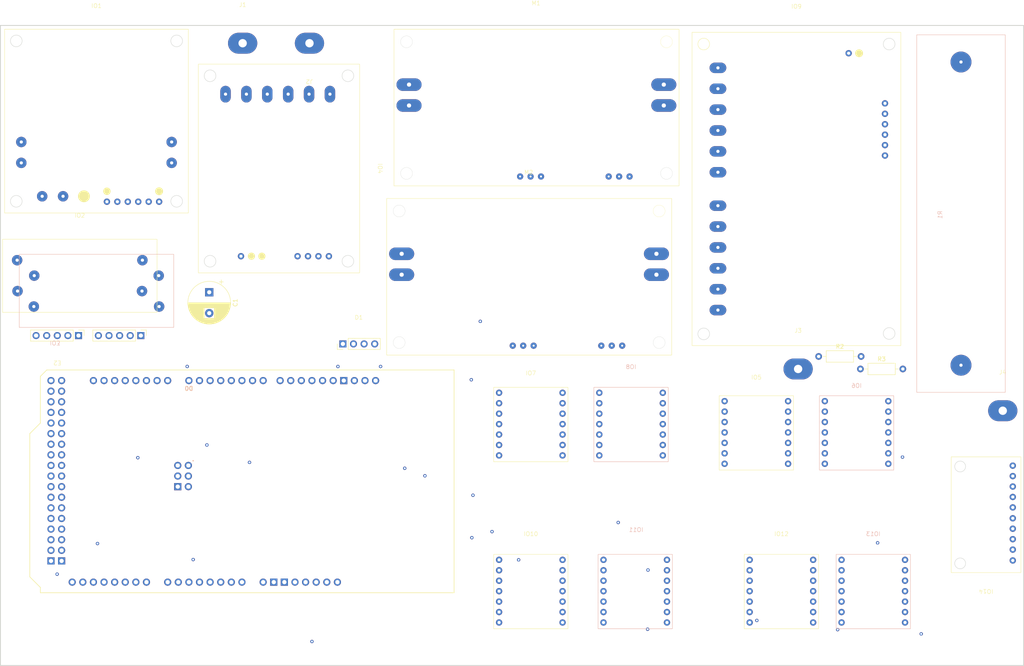
<source format=kicad_pcb>
(kicad_pcb (version 20221018) (generator pcbnew)
  (layers (0 "F.Cu" signal) (31 "B.Cu" signal) (34 "B.Paste" user) (35 "F.Paste" user) (36 "B.SilkS" user "B.Silkscreen") (37 "F.SilkS" user "F.Silkscreen") (38 "B.Mask" user) (39 "F.Mask" user) (44 "Edge.Cuts" user))
  (net 0 "")
  (net 3 "arduino 5v")
  (net 4 "MISO_SDO")
  (net 5 "MOSI_SDI")
  (net 6 "arduino sck")
  (net 9 "12V+")
  (net 29 "Arduino_rele_2x_1")
  (net 30 "Arduino_rele_2x_2")
  (net 31 "Arduino_rele_4x_1")
  (net 32 "Arduino_rele_4x_2")
  (net 33 "Arduino_rele_4x_3")
  (net 34 "Arduino_rele_4x_4")
  (net 35 "Arduino_EnA")
  (net 36 "Arduino_IN1")
  (net 37 "Arduino_IN2")
  (net 38 "arduino_CS_3")
  (net 39 "arduino_WLAT_3")
  (net 40 "arduino_SHDN_3")
  (net 41 "arduino_SHDN_2")
  (net 42 "arduino_WLAT_2")
  (net 43 "arduino_CS_2")
  (net 44 "arduino_SHDN_1")
  (net 45 "arduino_WLAT_1")
  (net 46 "arduino_CS_1")
  (net 49 "Net-(E1-S2)")
  (net 50 "Net-(E1-S1)")
  (net 51 "Net-(E1-KEY)")
  (net 52 "Net-(E2-S2)")
  (net 53 "Net-(E2-S1)")
  (net 54 "Net-(E2-KEY)")
  (net 55 "arduino_CS_4")
  (net 56 "arduino_WLAT_4")
  (net 57 "arduino_SHDN_4")
  (net 58 "arduino_CS_5")
  (net 59 "arduino_WLAT_5")
  (net 60 "arduino_SHDN_5")
  (net 61 "arduino_CS_6")
  (net 62 "arduino_WLAT_6")
  (net 63 "arduino_SHDN_6")
  (net 64 "arduino_CS_7")
  (net 65 "arduino_WLAT_7")
  (net 66 "arduino_SHDN_7")
  (net 67 "arduino_CS_8")
  (net 68 "arduino_WLAT_8")
  (net 69 "arduino_SHDN_8")
  (net 78 "arduino GND3")
  (net 88 "Arduino_SCL")
  (net 89 "Arduino_SDA")
  (net 91 "+30V digipot")
  (net 92 "Net-(IO14-A0)")
  (net 94 "Net-(IO1-OUT1)")
  (net 95 "GNDD")
  (net 98 "Net-(IO1-OUT2)")
  (net 107 "Net-(IO2-GND_OUT)")
  (net 110 "Net-(M2-IN_DC_0-30V)")
  (net 112 "Net-(M1-IN_DC_0-30V)")
  (net 113 "Net-(IO5-P0B)")
  (net 114 "Net-(IO5-P0W)")
  (net 115 "Net-(IO5-P0A)")
  (net 116 "Net-(IO7-P0B)")
  (net 117 "Net-(IO7-P0W)")
  (net 118 "Net-(IO7-P0A)")
  (net 119 "Net-(M1-OUT_DC_0-30V)")
  (net 120 "Net-(M2-OUT_GNDD)")
  (net 121 "Net-(M2-OUT_DC_0-30V)")
  (net 122 "Net-(J3-Pin_1)")
  (net 123 "Net-(IO10-P0B)")
  (net 124 "Net-(IO10-P0W)")
  (net 125 "Net-(IO10-P0A)")
  (net 126 "Net-(IO12-P0B)")
  (net 127 "Net-(IO12-P0W)")
  (net 128 "Net-(IO12-P0A)")
  (net 131 "Net-(IO14-A1)")
  (net 132 "Net-(IO14-A2)")
  (footprint "SMOLA_DMP:H_mustek" (layer "F.Cu") (at 45 12.55)
    (fp_text reference "IO1" (at 0 -0.5 unlocked) (layer "F.SilkS") (effects (font (thickness 0.1))))
    (fp_text value "H_mustek")
    (fp_circle (center -19.2 7.9) (end -17.8 7.9) (stroke (width 0.1)) (fill none) (layer "Edge.Cuts"))
    (fp_circle (center -19.2 46.3) (end -19.2 44.9) (stroke (width 0.1)) (fill none) (layer "Edge.Cuts"))
    (fp_circle (center 19.2 7.9) (end 19.2 9.3) (stroke (width 0.1)) (fill none) (layer "Edge.Cuts"))
    (fp_circle (center 19.2 46.3) (end 17.8 46.3) (stroke (width 0.1)) (fill none) (layer "Edge.Cuts"))
    (pad "1" thru_hole circle (at -18 32.1 90) (size 2.5 2.5) (drill 0.762) (layers "*.Cu" "*.Mask") (net 94 "Net-(IO1-OUT1)"))
    (pad "2" thru_hole circle (at -18 37.1 90) (size 2.5 2.5) (drill 0.762) (layers "*.Cu" "*.Mask") (net 98 "Net-(IO1-OUT2)"))
    (pad "3" thru_hole circle (at 18 37.1 270) (size 2.5 2.5) (drill 0.762) (layers "*.Cu" "*.Mask"))
    (pad "4" thru_hole circle (at 18 32.1 270) (size 2.5 2.5) (drill 0.762) (layers "*.Cu" "*.Mask"))
    (pad "5" thru_hole circle (at -13 45.1) (size 2.5 2.5) (drill 0.762) (layers "*.Cu" "*.Mask") (net 9 "12V+"))
    (pad "6" thru_hole circle (at -8 45.1) (size 2.5 2.5) (drill 0.762) (layers "*.Cu" "*.Mask") (net 95 "GNDD"))
    (pad "7" thru_hole circle (at 2.5 46.4) (size 1.524 1.524) (drill 0.762) (layers "*.Cu" "*.Mask") (net 35 "Arduino_EnA"))
    (pad "8" thru_hole circle (at 15 46.4) (size 1.524 1.524) (drill 0.762) (layers "*.Cu" "*.Mask"))
    (pad "9" thru_hole circle (at 5 46.4) (size 1.524 1.524) (drill 0.762) (layers "*.Cu" "*.Mask") (net 36 "Arduino_IN1"))
    (pad "10" thru_hole circle (at 7.5 46.4) (size 1.524 1.524) (drill 0.762) (layers "*.Cu" "*.Mask") (net 37 "Arduino_IN2"))
    (pad "11" thru_hole circle (at 10 46.4) (size 1.524 1.524) (drill 0.762) (layers "*.Cu" "*.Mask"))
    (pad "12" thru_hole circle (at 12.5 46.4) (size 1.524 1.524) (drill 0.762) (layers "*.Cu" "*.Mask"))
  )
  (footprint "SMOLA_DMP:CC_&_CV_modul" (layer "F.Cu") (at 148.475 52.425)
    (fp_text reference "M2" (at 0 -0.5 unlocked) (layer "F.SilkS") (effects (font (thickness 0.1))))
    (fp_text value "~")
    (fp_circle (center -31 8.75) (end -31 7.325) (stroke (width 0.05)) (fill none) (layer "Edge.Cuts"))
    (fp_circle (center -31 40.25) (end -32.425 40.25) (stroke (width 0.05)) (fill none) (layer "Edge.Cuts"))
    (fp_circle (center 31.25 40.25) (end 31.25 41.675) (stroke (width 0.05)) (fill none) (layer "Edge.Cuts"))
    (pad "1" thru_hole oval (at -30.4 19) (size 6 3) (drill 1) (layers "*.Cu" "*.Mask") (net 110 "Net-(M2-IN_DC_0-30V)"))
    (pad "2" thru_hole oval (at -30.4 24) (size 6 3) (drill 1) (layers "*.Cu" "*.Mask") (net 95 "GNDD"))
    (pad "3" thru_hole oval (at 30.6 19) (size 6 3) (drill 1) (layers "*.Cu" "*.Mask") (net 121 "Net-(M2-OUT_DC_0-30V)"))
    (pad "4" thru_hole oval (at 30.6 24) (size 6 3) (drill 1) (layers "*.Cu" "*.Mask") (net 120 "Net-(M2-OUT_GNDD)"))
    (pad "5" thru_hole circle (at -3.8 41) (size 1.5 1.5) (drill 0.5) (layers "*.Cu" "*.Mask") (net 128 "Net-(IO12-P0A)"))
    (pad "6" thru_hole circle (at -1.3 41) (size 1.5 1.5) (drill 0.5) (layers "*.Cu" "*.Mask") (net 127 "Net-(IO12-P0W)"))
    (pad "7" thru_hole circle (at 1.2 41) (size 1.5 1.5) (drill 0.5) (layers "*.Cu" "*.Mask") (net 126 "Net-(IO12-P0B)"))
    (pad "8" thru_hole circle (at 17.4 41) (size 1.5 1.5) (drill 0.5) (layers "*.Cu" "*.Mask") (net 123 "Net-(IO10-P0B)"))
    (pad "9" thru_hole circle (at 19.9 41) (size 1.5 1.5) (drill 0.5) (layers "*.Cu" "*.Mask") (net 124 "Net-(IO10-P0W)"))
    (pad "10" thru_hole circle (at 22.4 41) (size 1.5 1.5) (drill 0.5) (layers "*.Cu" "*.Mask") (net 125 "Net-(IO10-P0A)"))
  )
  (footprint "SMOLA_DMP:conn" (layer "F.Cu") (at 96 29.7 180)
    (fp_text reference "J2" (at 0 -0.5 180 unlocked) (layer "F.SilkS") (effects (font (thickness 0.1))))
    (fp_text value "GND")
    (pad "1" thru_hole oval (at 0 8.7 180) (size 7 5) (drill 2) (layers "*.Cu" "*.Mask") (net 95 "GNDD"))
  )
  (footprint "SMOLA_DMP:step_up_28V" (layer "F.Cu") (at 41 62.75)
    (fp_text reference "IO2" (at 0 -0.5 unlocked) (layer "F.SilkS") (effects (font (thickness 0.1))))
    (fp_text value "step_up_28V")
    (pad "1" thru_hole circle (at -15 10.2) (size 2.5 2.5) (drill 0.762) (layers "*.Cu" "*.Mask") (net 9 "12V+"))
    (pad "2" thru_hole circle (at -14.9 17.6) (size 2.5 2.5) (drill 0.762) (layers "*.Cu" "*.Mask") (net 95 "GNDD"))
    (pad "3" thru_hole circle (at 15 10.2) (size 2.5 2.5) (drill 0.762) (layers "*.Cu" "*.Mask") (net 91 "+30V digipot"))
    (pad "4" thru_hole circle (at 14.9 17.6) (size 2.5 2.5) (drill 0.762) (layers "*.Cu" "*.Mask") (net 107 "Net-(IO2-GND_OUT)"))
  )
  (footprint "SMOLA_DMP:enkoder" (layer "F.Cu") (at 35.63 97.03 180)
    (fp_text reference "E2" (at 0 -0.5 180 unlocked) (layer "F.SilkS") (effects (font (thickness 0.1))))
    (fp_text value "enkoder I")
    (pad "1" thru_hole rect (at -5.07 6.03 270) (size 1.7 1.7) (drill 1) (layers "*.Cu" "*.Mask") (net 3 "arduino 5v"))
    (pad "2" thru_hole oval (at -2.53 6.03 270) (size 1.7 1.7) (drill 1) (layers "*.Cu" "*.Mask") (net 54 "Net-(E2-KEY)"))
    (pad "3" thru_hole oval (at 0.01 6.03 270) (size 1.7 1.7) (drill 1) (layers "*.Cu" "*.Mask") (net 52 "Net-(E2-S2)"))
    (pad "4" thru_hole oval (at 2.55 6.03 270) (size 1.7 1.7) (drill 1) (layers "*.Cu" "*.Mask") (net 53 "Net-(E2-S1)"))
    (pad "5" thru_hole oval (at 5.09 6.03 270) (size 1.7 1.7) (drill 1) (layers "*.Cu" "*.Mask") (net 95 "GNDD"))
  )
  (footprint "SMOLA_DMP:rele_2x" (layer "F.Cu") (at 112.4 51 -90)
    (fp_text reference "IO4" (at 0 -0.5 -90 unlocked) (layer "F.SilkS") (effects (font (thickness 0.1))))
    (fp_text value "rele_2x")
    (fp_circle (center -22.2 7.2) (end -20.8 7.2) (stroke (width 0.1)) (fill none) (layer "Edge.Cuts"))
    (fp_circle (center -22.2 40.2) (end -20.8 40.2) (stroke (width 0.1)) (fill none) (layer "Edge.Cuts"))
    (fp_circle (center 22.2 7.2) (end 23.6 7.2) (stroke (width 0.1)) (fill none) (layer "Edge.Cuts"))
    (fp_circle (center 22.2 40.2) (end 23.6 40.2) (stroke (width 0.1)) (fill none) (layer "Edge.Cuts"))
    (pad "1" thru_hole circle (at 21 19.25 270) (size 1.524 1.524) (drill 0.762) (layers "*.Cu" "*.Mask") (net 95 "GNDD"))
    (pad "2" thru_hole circle (at 21 11.75 270) (size 1.524 1.524) (drill 0.762) (layers "*.Cu" "*.Mask") (net 3 "arduino 5v"))
    (pad "3" thru_hole circle (at 21 32.8 270) (size 1.524 1.524) (drill 0.762) (layers "*.Cu" "*.Mask"))
    (pad "11" thru_hole oval (at -17.8 36.5 90) (size 4 2.5) (drill 0.762) (layers "*.Cu" "*.Mask"))
    (pad "12" thru_hole oval (at -17.8 31.5 270) (size 4 2.5) (drill 0.762) (layers "*.Cu" "*.Mask") (net 9 "12V+"))
    (pad "13" thru_hole oval (at -17.8 26.5 90) (size 4 2.5) (drill 0.762) (layers "*.Cu" "*.Mask") (net 110 "Net-(M2-IN_DC_0-30V)"))
    (pad "14" thru_hole circle (at 21 16.75 270) (size 1.524 1.524) (drill 0.762) (layers "*.Cu" "*.Mask") (net 29 "Arduino_rele_2x_1"))
    (pad "21" thru_hole oval (at -17.8 21.5 270) (size 4 2.5) (drill 0.762) (layers "*.Cu" "*.Mask"))
    (pad "22" thru_hole oval (at -17.8 16.5 90) (size 4 2.5) (drill 0.762) (layers "*.Cu" "*.Mask") (net 9 "12V+"))
    (pad "23" thru_hole oval (at -17.8 11.5 270) (size 4 2.5) (drill 0.762) (layers "*.Cu" "*.Mask") (net 112 "Net-(M1-IN_DC_0-30V)"))
    (pad "24" thru_hole circle (at 21 14.25 270) (size 1.524 1.524) (drill 0.762) (layers "*.Cu" "*.Mask") (net 30 "Arduino_rele_2x_2"))
  )
  (footprint "SMOLA_DMP:MCP41HV51" (layer "F.Cu") (at 203 101)
    (fp_text reference "IO5" (at 0 0 unlocked) (layer "F.SilkS") (effects (font (thickness 0.1))))
    (fp_text value "MCP41HV51-104E")
    (pad "1" thru_hole circle (at -7.6 5.7) (size 1.524 1.524) (drill 0.762) (layers "*.Cu" "*.Mask") (net 3 "arduino 5v"))
    (pad "2" thru_hole circle (at -7.6 8.2) (size 1.524 1.524) (drill 0.762) (layers "*.Cu" "*.Mask") (net 6 "arduino sck"))
    (pad "3" thru_hole circle (at -7.6 10.7) (size 1.524 1.524) (drill 0.762) (layers "*.Cu" "*.Mask") (net 38 "arduino_CS_3"))
    (pad "4" thru_hole circle (at -7.6 13.2) (size 1.524 1.524) (drill 0.762) (layers "*.Cu" "*.Mask") (net 5 "MOSI_SDI"))
    (pad "5" thru_hole circle (at -7.6 15.7) (size 1.524 1.524) (drill 0.762) (layers "*.Cu" "*.Mask") (net 4 "MISO_SDO"))
    (pad "6" thru_hole circle (at -7.6 18.2) (size 1.524 1.524) (drill 0.762) (layers "*.Cu" "*.Mask") (net 39 "arduino_WLAT_3"))
    (pad "7" thru_hole circle (at -7.6 20.7) (size 1.524 1.524) (drill 0.762) (layers "*.Cu" "*.Mask") (net 40 "arduino_SHDN_3"))
    (pad "8" thru_hole circle (at 7.6 20.7) (size 1.524 1.524) (drill 0.762) (layers "*.Cu" "*.Mask") (net 78 "arduino GND3"))
    (pad "9" thru_hole circle (at 7.6 18.2) (size 1.524 1.524) (drill 0.762) (layers "*.Cu" "*.Mask") (net 78 "arduino GND3"))
    (pad "10" thru_hole circle (at 7.6 15.7) (size 1.524 1.524) (drill 0.762) (layers "*.Cu" "*.Mask") (net 78 "arduino GND3"))
    (pad "11" thru_hole circle (at 7.6 13.2) (size 1.524 1.524) (drill 0.762) (layers "*.Cu" "*.Mask") (net 113 "Net-(IO5-P0B)"))
    (pad "12" thru_hole circle (at 7.6 10.7) (size 1.524 1.524) (drill 0.762) (layers "*.Cu" "*.Mask") (net 114 "Net-(IO5-P0W)"))
    (pad "13" thru_hole circle (at 7.6 8.2) (size 1.524 1.524) (drill 0.762) (layers "*.Cu" "*.Mask") (net 115 "Net-(IO5-P0A)"))
    (pad "14" thru_hole circle (at 7.6 5.7) (size 1.524 1.524) (drill 0.762) (layers "*.Cu" "*.Mask") (net 91 "+30V digipot"))
  )
  (footprint "SMOLA_DMP:conn" (layer "F.Cu") (at 80 12.3)
    (fp_text reference "J1" (at 0 -0.5 unlocked) (layer "F.SilkS") (effects (font (thickness 0.1))))
    (fp_text value "+12v")
    (pad "1" thru_hole oval (at 0 8.7) (size 7 5) (drill 2) (layers "*.Cu" "*.Mask") (net 9 "12V+"))
  )
  (footprint "SMOLA_DMP:conn" (layer "F.Cu") (at 213 90.3)
    (fp_text reference "J3" (at 0 -0.5 unlocked) (layer "F.SilkS") (effects (font (thickness 0.1))))
    (fp_text value "out+ regulated")
    (pad "1" thru_hole oval (at 0 8.7) (size 7 5) (drill 2) (layers "*.Cu" "*.Mask") (net 122 "Net-(J3-Pin_1)"))
  )
  (footprint "SMOLA_DMP:conn" (layer "F.Cu") (at 262 100.3)
    (fp_text reference "J4" (at 0 -0.5 unlocked) (layer "F.SilkS") (effects (font (thickness 0.1))))
    (fp_text value "out-")
    (pad "1" thru_hole oval (at 0 8.7) (size 7 5) (drill 2) (layers "*.Cu" "*.Mask") (net 131 "Net-(IO14-A1)"))
  )
  (footprint "Resistor_THT:R_Axial_DIN0207_L6.3mm_D2.5mm_P10.16mm_Horizontal" (layer "F.Cu") (at 227.92 99)
    (fp_text reference "R3" (at 5.08 -2.37) (layer "F.SilkS"))
    (fp_text value "17k8")
    (pad "1" thru_hole circle (at 0 0) (size 1.6 1.6) (drill 0.8) (layers "*.Cu" "*.Mask") (net 132 "Net-(IO14-A2)"))
    (pad "2" thru_hole oval (at 10.16 0) (size 1.6 1.6) (drill 0.8) (layers "*.Cu" "*.Mask") (net 92 "Net-(IO14-A0)"))
  )
  (footprint "SMOLA_DMP:CC_&_CV_modul" (layer "F.Cu") (at 150.2402 11.9138)
    (fp_text reference "M1" (at 0 -0.5 unlocked) (layer "F.SilkS") (effects (font (thickness 0.1))))
    (fp_text value "~")
    (fp_circle (center -31 8.75) (end -31 7.325) (stroke (width 0.05)) (fill none) (layer "Edge.Cuts"))
    (fp_circle (center -31 40.25) (end -32.425 40.25) (stroke (width 0.05)) (fill none) (layer "Edge.Cuts"))
    (fp_circle (center 31.25 40.25) (end 31.25 41.675) (stroke (width 0.05)) (fill none) (layer "Edge.Cuts"))
    (pad "1" thru_hole oval (at -30.4 19) (size 6 3) (drill 1) (layers "*.Cu" "*.Mask") (net 112 "Net-(M1-IN_DC_0-30V)"))
    (pad "2" thru_hole oval (at -30.4 24) (size 6 3) (drill 1) (layers "*.Cu" "*.Mask") (net 95 "GNDD"))
    (pad "3" thru_hole oval (at 30.6 19) (size 6 3) (drill 1) (layers "*.Cu" "*.Mask") (net 119 "Net-(M1-OUT_DC_0-30V)"))
    (pad "4" thru_hole oval (at 30.6 24) (size 6 3) (drill 1) (layers "*.Cu" "*.Mask") (net 92 "Net-(IO14-A0)"))
    (pad "5" thru_hole circle (at -3.8 41) (size 1.5 1.5) (drill 0.5) (layers "*.Cu" "*.Mask") (net 118 "Net-(IO7-P0A)"))
    (pad "6" thru_hole circle (at -1.3 41) (size 1.5 1.5) (drill 0.5) (layers "*.Cu" "*.Mask") (net 117 "Net-(IO7-P0W)"))
    (pad "7" thru_hole circle (at 1.2 41) (size 1.5 1.5) (drill 0.5) (layers "*.Cu" "*.Mask") (net 116 "Net-(IO7-P0B)"))
    (pad "8" thru_hole circle (at 17.4 41) (size 1.5 1.5) (drill 0.5) (layers "*.Cu" "*.Mask") (net 113 "Net-(IO5-P0B)"))
    (pad "9" thru_hole circle (at 19.9 41) (size 1.5 1.5) (drill 0.5) (layers "*.Cu" "*.Mask") (net 114 "Net-(IO5-P0W)"))
    (pad "10" thru_hole circle (at 22.4 41) (size 1.5 1.5) (drill 0.5) (layers "*.Cu" "*.Mask") (net 115 "Net-(IO5-P0A)"))
  )
  (footprint "SMOLA_DMP:ADS1115" (layer "F.Cu") (at 258 151.75 180)
    (fp_text reference "IO14" (at 0 -0.5 180 unlocked) (layer "F.SilkS") (effects (font (thickness 0.1))))
    (fp_text value "ADS1115_I2C")
    (fp_circle (center 6.2 6.2) (end 7.5 6.2) (stroke (width 0.1)) (fill none) (layer "Edge.Cuts"))
    (fp_circle (center 6.2 29.4) (end 7.5 29.4) (stroke (width 0.1)) (fill none) (layer "Edge.Cuts"))
    (pad "1" thru_hole circle (at -6.4 6.9) (size 1.524 1.524) (drill 0.762) (layers "*.Cu" "*.Mask") (net 3 "arduino 5v"))
    (pad "2" thru_hole circle (at -6.4 9.5) (size 1.524 1.524) (drill 0.762) (layers "*.Cu" "*.Mask") (net 78 "arduino GND3"))
    (pad "3" thru_hole circle (at -6.4 12) (size 1.524 1.524) (drill 0.762) (layers "*.Cu" "*.Mask") (net 89 "Arduino_SDA"))
    (pad "4" thru_hole circle (at -6.4 14.5) (size 1.524 1.524) (drill 0.762) (layers "*.Cu" "*.Mask") (net 88 "Arduino_SCL"))
    (pad "5" thru_hole circle (at -6.4 17) (size 1.524 1.524) (drill 0.762) (layers "*.Cu" "*.Mask"))
    (pad "6" thru_hole circle (at -6.4 19.6 180) (size 1.524 1.524) (drill 0.762) (layers "*.Cu" "*.Mask"))
    (pad "7" thru_hole circle (at -6.4 22.1 180) (size 1.524 1.524) (drill 0.762) (layers "*.Cu" "*.Mask") (net 92 "Net-(IO14-A0)"))
    (pad "8" thru_hole circle (at -6.4 24.6 180) (size 1.524 1.524) (drill 0.762) (layers "*.Cu" "*.Mask") (net 131 "Net-(IO14-A1)"))
    (pad "9" thru_hole circle (at -6.4 27.1 180) (size 1.524 1.524) (drill 0.762) (layers "*.Cu" "*.Mask") (net 132 "Net-(IO14-A2)"))
    (pad "10" thru_hole circle (at -6.4 29.6 180) (size 1.524 1.524) (drill 0.762) (layers "*.Cu" "*.Mask"))
  )
  (footprint "SMOLA_DMP:MCP41HV51" (layer "F.Cu") (at 149 99)
    (fp_text reference "IO7" (at 0 1 unlocked) (layer "F.SilkS") (effects (font (thickness 0.1))))
    (fp_text value "MCP41HV51-502E")
    (pad "1" thru_hole circle (at -7.6 5.7) (size 1.524 1.524) (drill 0.762) (layers "*.Cu" "*.Mask") (net 3 "arduino 5v"))
    (pad "2" thru_hole circle (at -7.6 8.2) (size 1.524 1.524) (drill 0.762) (layers "*.Cu" "*.Mask") (net 6 "arduino sck"))
    (pad "3" thru_hole circle (at -7.6 10.7) (size 1.524 1.524) (drill 0.762) (layers "*.Cu" "*.Mask") (net 46 "arduino_CS_1"))
    (pad "4" thru_hole circle (at -7.6 13.2) (size 1.524 1.524) (drill 0.762) (layers "*.Cu" "*.Mask") (net 5 "MOSI_SDI"))
    (pad "5" thru_hole circle (at -7.6 15.7) (size 1.524 1.524) (drill 0.762) (layers "*.Cu" "*.Mask") (net 4 "MISO_SDO"))
    (pad "6" thru_hole circle (at -7.6 18.2) (size 1.524 1.524) (drill 0.762) (layers "*.Cu" "*.Mask") (net 45 "arduino_WLAT_1"))
    (pad "7" thru_hole circle (at -7.6 20.7) (size 1.524 1.524) (drill 0.762) (layers "*.Cu" "*.Mask") (net 44 "arduino_SHDN_1"))
    (pad "8" thru_hole circle (at 7.6 20.7) (size 1.524 1.524) (drill 0.762) (layers "*.Cu" "*.Mask") (net 78 "arduino GND3"))
    (pad "9" thru_hole circle (at 7.6 18.2) (size 1.524 1.524) (drill 0.762) (layers "*.Cu" "*.Mask") (net 78 "arduino GND3"))
    (pad "10" thru_hole circle (at 7.6 15.7) (size 1.524 1.524) (drill 0.762) (layers "*.Cu" "*.Mask") (net 78 "arduino GND3"))
    (pad "11" thru_hole circle (at 7.6 13.2) (size 1.524 1.524) (drill 0.762) (layers "*.Cu" "*.Mask") (net 116 "Net-(IO7-P0B)"))
    (pad "12" thru_hole circle (at 7.6 10.7) (size 1.524 1.524) (drill 0.762) (layers "*.Cu" "*.Mask") (net 117 "Net-(IO7-P0W)"))
    (pad "13" thru_hole circle (at 7.6 8.2) (size 1.524 1.524) (drill 0.762) (layers "*.Cu" "*.Mask") (net 118 "Net-(IO7-P0A)"))
    (pad "14" thru_hole circle (at 7.6 5.7) (size 1.524 1.524) (drill 0.762) (layers "*.Cu" "*.Mask") (net 91 "+30V digipot"))
  )
  (footprint "SMOLA_DMP:enkoder" (layer "F.Cu") (at 50.55 97.03 180)
    (fp_text reference "E1" hide)
    (fp_text value "enkoder U")
    (pad "1" thru_hole rect (at -5.07 6.03 270) (size 1.7 1.7) (drill 1) (layers "*.Cu" "*.Mask") (net 3 "arduino 5v"))
    (pad "2" thru_hole oval (at -2.53 6.03 270) (size 1.7 1.7) (drill 1) (layers "*.Cu" "*.Mask") (net 51 "Net-(E1-KEY)"))
    (pad "3" thru_hole oval (at 0.01 6.03 270) (size 1.7 1.7) (drill 1) (layers "*.Cu" "*.Mask") (net 49 "Net-(E1-S2)"))
    (pad "4" thru_hole oval (at 2.55 6.03 270) (size 1.7 1.7) (drill 1) (layers "*.Cu" "*.Mask") (net 50 "Net-(E1-S1)"))
    (pad "5" thru_hole oval (at 5.09 6.03 270) (size 1.7 1.7) (drill 1) (layers "*.Cu" "*.Mask") (net 95 "GNDD"))
  )
  (footprint "SMOLA_DMP:MCP41HV51" (layer "F.Cu") (at 209 139)
    (fp_text reference "IO12" (at 0 -0.5 unlocked) (layer "F.SilkS") (effects (font (thickness 0.1))))
    (fp_text value "MCP41HV51-502E")
    (pad "1" thru_hole circle (at -7.6 5.7) (size 1.524 1.524) (drill 0.762) (layers "*.Cu" "*.Mask") (net 3 "arduino 5v"))
    (pad "2" thru_hole circle (at -7.6 8.2) (size 1.524 1.524) (drill 0.762) (layers "*.Cu" "*.Mask") (net 6 "arduino sck"))
    (pad "3" thru_hole circle (at -7.6 10.7) (size 1.524 1.524) (drill 0.762) (layers "*.Cu" "*.Mask") (net 58 "arduino_CS_5"))
    (pad "4" thru_hole circle (at -7.6 13.2) (size 1.524 1.524) (drill 0.762) (layers "*.Cu" "*.Mask") (net 5 "MOSI_SDI"))
    (pad "5" thru_hole circle (at -7.6 15.7) (size 1.524 1.524) (drill 0.762) (layers "*.Cu" "*.Mask") (net 4 "MISO_SDO"))
    (pad "6" thru_hole circle (at -7.6 18.2) (size 1.524 1.524) (drill 0.762) (layers "*.Cu" "*.Mask") (net 59 "arduino_WLAT_5"))
    (pad "7" thru_hole circle (at -7.6 20.7) (size 1.524 1.524) (drill 0.762) (layers "*.Cu" "*.Mask") (net 60 "arduino_SHDN_5"))
    (pad "8" thru_hole circle (at 7.6 20.7) (size 1.524 1.524) (drill 0.762) (layers "*.Cu" "*.Mask") (net 78 "arduino GND3"))
    (pad "9" thru_hole circle (at 7.6 18.2) (size 1.524 1.524) (drill 0.762) (layers "*.Cu" "*.Mask") (net 78 "arduino GND3"))
    (pad "10" thru_hole circle (at 7.6 15.7) (size 1.524 1.524) (drill 0.762) (layers "*.Cu" "*.Mask") (net 78 "arduino GND3"))
    (pad "11" thru_hole circle (at 7.6 13.2) (size 1.524 1.524) (drill 0.762) (layers "*.Cu" "*.Mask") (net 126 "Net-(IO12-P0B)"))
    (pad "12" thru_hole circle (at 7.6 10.7) (size 1.524 1.524) (drill 0.762) (layers "*.Cu" "*.Mask") (net 127 "Net-(IO12-P0W)"))
    (pad "13" thru_hole circle (at 7.6 8.2) (size 1.524 1.524) (drill 0.762) (layers "*.Cu" "*.Mask") (net 128 "Net-(IO12-P0A)"))
    (pad "14" thru_hole circle (at 7.6 5.7) (size 1.524 1.524) (drill 0.762) (layers "*.Cu" "*.Mask") (net 91 "+30V digipot"))
  )
  (footprint "SMOLA_DMP:MCP41HV51" (layer "F.Cu") (at 149 139)
    (fp_text reference "IO10" (at 0 -0.5 unlocked) (layer "F.SilkS") (effects (font (thickness 0.1))))
    (fp_text value "MCP41HV51-104E")
    (pad "1" thru_hole circle (at -7.6 5.7) (size 1.524 1.524) (drill 0.762) (layers "*.Cu" "*.Mask") (net 3 "arduino 5v"))
    (pad "2" thru_hole circle (at -7.6 8.2) (size 1.524 1.524) (drill 0.762) (layers "*.Cu" "*.Mask") (net 6 "arduino sck"))
    (pad "3" thru_hole circle (at -7.6 10.7) (size 1.524 1.524) (drill 0.762) (layers "*.Cu" "*.Mask") (net 64 "arduino_CS_7"))
    (pad "4" thru_hole circle (at -7.6 13.2) (size 1.524 1.524) (drill 0.762) (layers "*.Cu" "*.Mask") (net 5 "MOSI_SDI"))
    (pad "5" thru_hole circle (at -7.6 15.7) (size 1.524 1.524) (drill 0.762) (layers "*.Cu" "*.Mask") (net 4 "MISO_SDO"))
    (pad "6" thru_hole circle (at -7.6 18.2) (size 1.524 1.524) (drill 0.762) (layers "*.Cu" "*.Mask") (net 65 "arduino_WLAT_7"))
    (pad "7" thru_hole circle (at -7.6 20.7) (size 1.524 1.524) (drill 0.762) (layers "*.Cu" "*.Mask") (net 66 "arduino_SHDN_7"))
    (pad "8" thru_hole circle (at 7.6 20.7) (size 1.524 1.524) (drill 0.762) (layers "*.Cu" "*.Mask") (net 78 "arduino GND3"))
    (pad "9" thru_hole circle (at 7.6 18.2) (size 1.524 1.524) (drill 0.762) (layers "*.Cu" "*.Mask") (net 78 "arduino GND3"))
    (pad "10" thru_hole circle (at 7.6 15.7) (size 1.524 1.524) (drill 0.762) (layers "*.Cu" "*.Mask") (net 78 "arduino GND3"))
    (pad "11" thru_hole circle (at 7.6 13.2) (size 1.524 1.524) (drill 0.762) (layers "*.Cu" "*.Mask") (net 123 "Net-(IO10-P0B)"))
    (pad "12" thru_hole circle (at 7.6 10.7) (size 1.524 1.524) (drill 0.762) (layers "*.Cu" "*.Mask") (net 124 "Net-(IO10-P0W)"))
    (pad "13" thru_hole circle (at 7.6 8.2) (size 1.524 1.524) (drill 0.762) (layers "*.Cu" "*.Mask") (net 125 "Net-(IO10-P0A)"))
    (pad "14" thru_hole circle (at 7.6 5.7) (size 1.524 1.524) (drill 0.762) (layers "*.Cu" "*.Mask") (net 91 "+30V digipot"))
  )
  (footprint "SMOLA_DMP:rele_4x" (layer "F.Cu") (at 212.6 12.7)
    (fp_text reference "IO9" (at 0 -0.5 unlocked) (layer "F.SilkS") (effects (font (thickness 0.1))))
    (fp_text value "rele_4x")
    (fp_circle (center -22.2 77.9) (end -20.8 77.9) (stroke (width 0.1)) (fill none) (layer "Edge.Cuts"))
    (fp_circle (center 22.2 8.5) (end 23.6 8.5) (stroke (width 0.1)) (fill none) (layer "Edge.Cuts"))
    (fp_circle (center 22.2 77.8) (end 23.6 77.8) (stroke (width 0.1)) (fill none) (layer "Edge.Cuts"))
    (pad "1" thru_hole circle (at 21.2 35.2) (size 1.524 1.524) (drill 0.762) (layers "*.Cu" "*.Mask") (net 95 "GNDD"))
    (pad "2" thru_hole circle (at 21.2 22.7) (size 1.524 1.524) (drill 0.762) (layers "*.Cu" "*.Mask") (net 3 "arduino 5v"))
    (pad "3" thru_hole circle (at 12.5 10.7 270) (size 1.524 1.524) (drill 0.762) (layers "*.Cu" "*.Mask"))
    (pad "11" thru_hole oval (at -18.8 72.2 180) (size 4 2.5) (drill 0.762) (layers "*.Cu" "*.Mask"))
    (pad "12" thru_hole oval (at -18.8 67.2) (size 4 2.5) (drill 0.762) (layers "*.Cu" "*.Mask") (net 119 "Net-(M1-OUT_DC_0-30V)"))
    (pad "13" thru_hole oval (at -18.8 62.2 180) (size 4 2.5) (drill 0.762) (layers "*.Cu" "*.Mask") (net 120 "Net-(M2-OUT_GNDD)"))
    (pad "14" thru_hole circle (at 21.2 32.7) (size 1.524 1.524) (drill 0.762) (layers "*.Cu" "*.Mask") (net 31 "Arduino_rele_4x_1"))
    (pad "21" thru_hole oval (at -18.8 57.2) (size 4 2.5) (drill 0.762) (layers "*.Cu" "*.Mask"))
    (pad "22" thru_hole oval (at -18.8 52.2 180) (size 4 2.5) (drill 0.762) (layers "*.Cu" "*.Mask") (net 92 "Net-(IO14-A0)"))
    (pad "23" thru_hole oval (at -18.8 47.2) (size 4 2.5) (drill 0.762) (layers "*.Cu" "*.Mask") (net 120 "Net-(M2-OUT_GNDD)"))
    (pad "24" thru_hole circle (at 21.2 30.2) (size 1.524 1.524) (drill 0.762) (layers "*.Cu" "*.Mask") (net 32 "Arduino_rele_4x_2"))
    (pad "31" thru_hole oval (at -18.8 39.2 180) (size 4 2.5) (drill 0.762) (layers "*.Cu" "*.Mask"))
    (pad "32" thru_hole oval (at -18.8 34.2) (size 4 2.5) (drill 0.762) (layers "*.Cu" "*.Mask") (net 121 "Net-(M2-OUT_DC_0-30V)"))
    (pad "33" thru_hole oval (at -18.8 29.2 180) (size 4 2.5) (drill 0.762) (layers "*.Cu" "*.Mask") (net 119 "Net-(M1-OUT_DC_0-30V)"))
    (pad "34" thru_hole circle (at 21.2 27.7) (size 1.524 1.524) (drill 0.762) (layers "*.Cu" "*.Mask") (net 33 "Arduino_rele_4x_3"))
    (pad "41" thru_hole oval (at -18.8 24.2) (size 4 2.5) (drill 0.762) (layers "*.Cu" "*.Mask"))
    (pad "42" thru_hole oval (at -18.8 19.2 180) (size 4 2.5) (drill 0.762) (layers "*.Cu" "*.Mask") (net 121 "Net-(M2-OUT_DC_0-30V)"))
    (pad "43" thru_hole oval (at -18.8 14.2) (size 4 2.5) (drill 0.762) (layers "*.Cu" "*.Mask") (net 122 "Net-(J3-Pin_1)"))
    (pad "44" thru_hole circle (at 21.2 25.2) (size 1.524 1.524) (drill 0.762) (layers "*.Cu" "*.Mask") (net 34 "Arduino_rele_4x_4"))
  )
  (footprint "Capacitor_THT:CP_Radial_D10.0mm_P5.00mm" (layer "F.Cu") (at 72 80.6323 -90)
    (fp_text reference "C1" (at 2.5 -6.25 90) (layer "F.SilkS"))
    (fp_text value "680uF/50V")
    (pad "1" thru_hole rect (at 0 0 270) (size 2 2) (drill 1) (layers "*.Cu" "*.Mask") (net 91 "+30V digipot"))
    (pad "2" thru_hole circle (at 5 0 270) (size 2 2) (drill 1) (layers "*.Cu" "*.Mask") (net 78 "arduino GND3"))
  )
  (footprint "SMOLA_DMP:display" (layer "F.Cu") (at 107.81 87.17)
    (fp_text reference "D1" (at 0 -0.5 unlocked) (layer "F.SilkS") (effects (font (thickness 0.1))))
    (fp_text value "display")
    (pad "1" thru_hole rect (at -3.81 5.83 90) (size 1.7 1.7) (drill 1) (layers "*.Cu" "*.Mask") (net 3 "arduino 5v"))
    (pad "2" thru_hole oval (at -1.27 5.83 90) (size 1.7 1.7) (drill 1) (layers "*.Cu" "*.Mask") (net 95 "GNDD"))
    (pad "3" thru_hole oval (at 1.27 5.83 90) (size 1.7 1.7) (drill 1) (layers "*.Cu" "*.Mask") (net 89 "Arduino_SDA"))
    (pad "4" thru_hole oval (at 3.81 5.83 90) (size 1.7 1.7) (drill 1) (layers "*.Cu" "*.Mask") (net 88 "Arduino_SCL"))
  )
  (footprint "Resistor_THT:R_Axial_DIN0207_L6.3mm_D2.5mm_P10.16mm_Horizontal" (layer "F.Cu") (at 217.92 96)
    (fp_text reference "R2" (at 5.08 -2.37) (layer "F.SilkS"))
    (fp_text value "220k")
    (pad "1" thru_hole circle (at 0 0) (size 1.6 1.6) (drill 0.8) (layers "*.Cu" "*.Mask") (net 122 "Net-(J3-Pin_1)"))
    (pad "2" thru_hole oval (at 10.16 0) (size 1.6 1.6) (drill 0.8) (layers "*.Cu" "*.Mask") (net 132 "Net-(IO14-A2)"))
  )
  (footprint "SMOLA_DMP:arduino_mega" (layer "B.Cu") (at 80.99 90.6818 180)
    (fp_text reference "A1" hide)
    (fp_text value "Arduino_Mega2560_R3_Shield" hide)
    (fp_text user "D0" (at 13.86 -13.002193 unlocked) (layer "B.SilkS") (effects (justify mirror)))
    (fp_text user "." (at 12.844 -29.893193) (layer "B.SilkS") (effects (justify mirror)))
    (fp_text user "D0" (at 13.86 -13.002193 unlocked) (layer "F.SilkS"))
    (fp_text user "." (at 12.844 -29.893193) (layer "F.SilkS") (effects (justify mirror)))
    (pad "" np_thru_hole circle (at -35.67 -59.357193 180) (size 3.2 3.2) (drill 3.2) (layers "*.Cu" "*.Mask"))
    (pad "" np_thru_hole circle (at -34.4 -11.097193 180) (size 3.2 3.2) (drill 3.2) (layers "*.Cu" "*.Mask"))
    (pad "" thru_hole oval (at -21.7 -59.357193 180) (size 1.7272 1.7272) (drill 1.016) (layers "*.Cu" "*.Mask"))
    (pad "" np_thru_hole circle (at 16.4 -54.277193 180) (size 3.2 3.2) (drill 3.2) (layers "*.Cu" "*.Mask"))
    (pad "" np_thru_hole circle (at 16.4 -26.337193 180) (size 3.2 3.2) (drill 3.2) (layers "*.Cu" "*.Mask"))
    (pad "3V3" thru_hole oval (at -14.08 -59.357193 180) (size 1.7272 1.7272) (drill 1.016) (layers "*.Cu" "*.Mask"))
    (pad "5V1" thru_hole oval (at -11.54 -59.357193 180) (size 1.7272 1.7272) (drill 1.016) (layers "*.Cu" "*.Mask"))
    (pad "5V2" thru_hole oval (at 16.527 -31.417193 180) (size 1.7272 1.7272) (drill 1.016) (layers "*.Cu" "*.Mask"))
    (pad "5V3" thru_hole oval (at 44.34 -11.097193 180) (size 1.7272 1.7272) (drill 1.016) (layers "*.Cu" "*.Mask"))
    (pad "5V4" thru_hole oval (at 46.88 -11.097193 180) (size 1.7272 1.7272) (drill 1.016) (layers "*.Cu" "*.Mask") (net 3 "arduino 5v"))
    (pad "A0" thru_hole oval (at 1.16 -59.357193 180) (size 1.7272 1.7272) (drill 1.016) (layers "*.Cu" "*.Mask"))
    (pad "A1" thru_hole oval (at 3.7 -59.357193 180) (size 1.7272 1.7272) (drill 1.016) (layers "*.Cu" "*.Mask"))
    (pad "A2" thru_hole oval (at 6.24 -59.357193 180) (size 1.7272 1.7272) (drill 1.016) (layers "*.Cu" "*.Mask"))
    (pad "A3" thru_hole oval (at 8.78 -59.357193 180) (size 1.7272 1.7272) (drill 1.016) (layers "*.Cu" "*.Mask"))
    (pad "A4" thru_hole oval (at 11.32 -59.357193 180) (size 1.7272 1.7272) (drill 1.016) (layers "*.Cu" "*.Mask"))
    (pad "A5" thru_hole oval (at 13.86 -59.357193 180) (size 1.7272 1.7272) (drill 1.016) (layers "*.Cu" "*.Mask"))
    (pad "A6" thru_hole oval (at 16.4 -59.357193 180) (size 1.7272 1.7272) (drill 1.016) (layers "*.Cu" "*.Mask"))
    (pad "A7" thru_hole oval (at 18.94 -59.357193 180) (size 1.7272 1.7272) (drill 1.016) (layers "*.Cu" "*.Mask"))
    (pad "A8" thru_hole oval (at 24.02 -59.357193 180) (size 1.7272 1.7272) (drill 1.016) (layers "*.Cu" "*.Mask"))
    (pad "A9" thru_hole oval (at 26.56 -59.357193 180) (size 1.7272 1.7272) (drill 1.016) (layers "*.Cu" "*.Mask"))
    (pad "A10" thru_hole oval (at 29.1 -59.357193 180) (size 1.7272 1.7272) (drill 1.016) (layers "*.Cu" "*.Mask"))
    (pad "A11" thru_hole oval (at 31.64 -59.357193 180) (size 1.7272 1.7272) (drill 1.016) (layers "*.Cu" "*.Mask"))
    (pad "A12" thru_hole oval (at 34.18 -59.357193 180) (size 1.7272 1.7272) (drill 1.016) (layers "*.Cu" "*.Mask"))
    (pad "A13" thru_hole oval (at 36.72 -59.357193 180) (size 1.7272 1.7272) (drill 1.016) (layers "*.Cu" "*.Mask"))
    (pad "A14" thru_hole oval (at 39.26 -59.357193 180) (size 1.7272 1.7272) (drill 1.016) (layers "*.Cu" "*.Mask"))
    (pad "A15" thru_hole oval (at 41.8 -59.357193 180) (size 1.7272 1.7272) (drill 1.016) (layers "*.Cu" "*.Mask"))
    (pad "AREF" thru_hole oval (at -25.764 -11.097193 180) (size 1.7272 1.7272) (drill 1.016) (layers "*.Cu" "*.Mask"))
    (pad "D0" thru_hole oval (at 13.86 -11.097193 180) (size 1.7272 1.7272) (drill 1.016) (layers "*.Cu" "*.Mask"))
    (pad "D1" thru_hole oval (at 11.32 -11.097193 180) (size 1.7272 1.7272) (drill 1.016) (layers "*.Cu" "*.Mask"))
    (pad "D2" thru_hole oval (at 8.78 -11.097193 180) (size 1.7272 1.7272) (drill 1.016) (layers "*.Cu" "*.Mask") (net 29 "Arduino_rele_2x_1"))
    (pad "D3" thru_hole oval (at 6.24 -11.097193 180) (size 1.7272 1.7272) (drill 1.016) (layers "*.Cu" "*.Mask") (net 30 "Arduino_rele_2x_2"))
    (pad "D4" thru_hole oval (at 3.7 -11.097193 180) (size 1.7272 1.7272) (drill 1.016) (layers "*.Cu" "*.Mask") (net 31 "Arduino_rele_4x_1"))
    (pad "D5" thru_hole oval (at 1.16 -11.097193 180) (size 1.7272 1.7272) (drill 1.016) (layers "*.Cu" "*.Mask") (net 32 "Arduino_rele_4x_2"))
    (pad "D6" thru_hole oval (at -1.38 -11.097193 180) (size 1.7272 1.7272) (drill 1.016) (layers "*.Cu" "*.Mask") (net 33 "Arduino_rele_4x_3"))
    (pad "D7" thru_hole oval (at -3.92 -11.097193 180) (size 1.7272 1.7272) (drill 1.016) (layers "*.Cu" "*.Mask") (net 34 "Arduino_rele_4x_4"))
    (pad "D8" thru_hole oval (at -7.984 -11.097193 180) (size 1.7272 1.7272) (drill 1.016) (layers "*.Cu" "*.Mask") (net 35 "Arduino_EnA"))
    (pad "D9" thru_hole oval (at -10.524 -11.097193 180) (size 1.7272 1.7272) (drill 1.016) (layers "*.Cu" "*.Mask") (net 36 "Arduino_IN1"))
    (pad "D10" thru_hole oval (at -13.064 -11.097193 180) (size 1.7272 1.7272) (drill 1.016) (layers "*.Cu" "*.Mask") (net 37 "Arduino_IN2"))
    (pad "D11" thru_hole oval (at -15.604 -11.097193 180) (size 1.7272 1.7272) (drill 1.016) (layers "*.Cu" "*.Mask") (net 38 "arduino_CS_3"))
    (pad "D12" thru_hole oval (at -18.144 -11.097193 180) (size 1.7272 1.7272) (drill 1.016) (layers "*.Cu" "*.Mask") (net 39 "arduino_WLAT_3"))
    (pad "D13" thru_hole oval (at -20.684 -11.097193 180) (size 1.7272 1.7272) (drill 1.016) (layers "*.Cu" "*.Mask") (net 40 "arduino_SHDN_3"))
    (pad "D14" thru_hole oval (at 18.94 -11.097193 180) (size 1.7272 1.7272) (drill 1.016) (layers "*.Cu" "*.Mask") (net 41 "arduino_SHDN_2"))
    (pad "D15" thru_hole oval (at 21.48 -11.097193 180) (size 1.7272 1.7272) (drill 1.016) (layers "*.Cu" "*.Mask") (net 42 "arduino_WLAT_2"))
    (pad "D16" thru_hole oval (at 24.02 -11.097193 180) (size 1.7272 1.7272) (drill 1.016) (layers "*.Cu" "*.Mask") (net 43 "arduino_CS_2"))
    (pad "D17" thru_hole oval (at 26.56 -11.097193 180) (size 1.7272 1.7272) (drill 1.016) (layers "*.Cu" "*.Mask") (net 44 "arduino_SHDN_1"))
    (pad "D18" thru_hole oval (at 29.1 -11.097193 180) (size 1.7272 1.7272) (drill 1.016) (layers "*.Cu" "*.Mask") (net 45 "arduino_WLAT_1"))
    (pad "D19" thru_hole oval (at 31.64 -11.097193 180) (size 1.7272 1.7272) (drill 1.016) (layers "*.Cu" "*.Mask") (net 46 "arduino_CS_1"))
    (pad "D20" thru_hole oval (at 34.18 -11.097193 180) (size 1.7272 1.7272) (drill 1.016) (layers "*.Cu" "*.Mask"))
    (pad "D21" thru_hole oval (at 36.72 -11.097193 180) (size 1.7272 1.7272) (drill 1.016) (layers "*.Cu" "*.Mask"))
    (pad "D22" thru_hole oval (at 44.34 -13.637193 180) (size 1.7272 1.7272) (drill 1.016) (layers "*.Cu" "*.Mask") (net 49 "Net-(E1-S2)"))
    (pad "D23" thru_hole oval (at 46.88 -13.637193 180) (size 1.7272 1.7272) (drill 1.016) (layers "*.Cu" "*.Mask") (net 50 "Net-(E1-S1)"))
    (pad "D24" thru_hole oval (at 44.34 -16.177193 180) (size 1.7272 1.7272) (drill 1.016) (layers "*.Cu" "*.Mask") (net 51 "Net-(E1-KEY)"))
    (pad "D25" thru_hole oval (at 46.88 -16.177193 180) (size 1.7272 1.7272) (drill 1.016) (layers "*.Cu" "*.Mask") (net 52 "Net-(E2-S2)"))
    (pad "D26" thru_hole oval (at 44.34 -18.717193 180) (size 1.7272 1.7272) (drill 1.016) (layers "*.Cu" "*.Mask") (net 53 "Net-(E2-S1)"))
    (pad "D27" thru_hole oval (at 46.88 -18.717193 180) (size 1.7272 1.7272) (drill 1.016) (layers "*.Cu" "*.Mask") (net 54 "Net-(E2-KEY)"))
    (pad "D28" thru_hole oval (at 44.34 -21.257193 180) (size 1.7272 1.7272) (drill 1.016) (layers "*.Cu" "*.Mask") (net 55 "arduino_CS_4"))
    (pad "D29" thru_hole oval (at 46.88 -21.257193 180) (size 1.7272 1.7272) (drill 1.016) (layers "*.Cu" "*.Mask") (net 56 "arduino_WLAT_4"))
    (pad "D30" thru_hole oval (at 44.34 -23.797193 180) (size 1.7272 1.7272) (drill 1.016) (layers "*.Cu" "*.Mask") (net 57 "arduino_SHDN_4"))
    (pad "D31" thru_hole oval (at 46.88 -23.797193 180) (size 1.7272 1.7272) (drill 1.016) (layers "*.Cu" "*.Mask") (net 58 "arduino_CS_5"))
    (pad "D32" thru_hole oval (at 44.34 -26.337193 180) (size 1.7272 1.7272) (drill 1.016) (layers "*.Cu" "*.Mask") (net 59 "arduino_WLAT_5"))
    (pad "D33" thru_hole oval (at 46.88 -26.337193 180) (size 1.7272 1.7272) (drill 1.016) (layers "*.Cu" "*.Mask") (net 60 "arduino_SHDN_5"))
    (pad "D34" thru_hole oval (at 44.34 -28.877193 180) (size 1.7272 1.7272) (drill 1.016) (layers "*.Cu" "*.Mask") (net 61 "arduino_CS_6"))
    (pad "D35" thru_hole oval (at 46.88 -28.877193 180) (size 1.7272 1.7272) (drill 1.016) (layers "*.Cu" "*.Mask") (net 62 "arduino_WLAT_6"))
    (pad "D36" thru_hole oval (at 44.34 -31.417193 180) (size 1.7272 1.7272) (drill 1.016) (layers "*.Cu" "*.Mask") (net 63 "arduino_SHDN_6"))
    (pad "D37" thru_hole oval (at 46.88 -31.417193 180) (size 1.7272 1.7272) (drill 1.016) (layers "*.Cu" "*.Mask") (net 64 "arduino_CS_7"))
    (pad "D38" thru_hole oval (at 44.34 -33.957193 180) (size 1.7272 1.7272) (drill 1.016) (layers "*.Cu" "*.Mask") (net 65 "arduino_WLAT_7"))
    (pad "D39" thru_hole oval (at 46.88 -33.957193 180) (size 1.7272 1.7272) (drill 1.016) (layers "*.Cu" "*.Mask") (net 66 "arduino_SHDN_7"))
    (pad "D40" thru_hole oval (at 44.34 -36.497193 180) (size 1.7272 1.7272) (drill 1.016) (layers "*.Cu" "*.Mask") (net 67 "arduino_CS_8"))
    (pad "D41" thru_hole oval (at 46.88 -36.497193 180) (size 1.7272 1.7272) (drill 1.016) (layers "*.Cu" "*.Mask") (net 68 "arduino_WLAT_8"))
    (pad "D42" thru_hole oval (at 44.34 -39.037193 180) (size 1.7272 1.7272) (drill 1.016) (layers "*.Cu" "*.Mask") (net 69 "arduino_SHDN_8"))
    (pad "D43" thru_hole oval (at 46.88 -39.037193 180) (size 1.7272 1.7272) (drill 1.016) (layers "*.Cu" "*.Mask"))
    (pad "D44" thru_hole oval (at 44.34 -41.577193 180) (size 1.7272 1.7272) (drill 1.016) (layers "*.Cu" "*.Mask"))
    (pad "D45" thru_hole oval (at 46.88 -41.577193 180) (size 1.7272 1.7272) (drill 1.016) (layers "*.Cu" "*.Mask"))
    (pad "D46" thru_hole oval (at 44.34 -44.117193 180) (size 1.7272 1.7272) (drill 1.016) (layers "*.Cu" "*.Mask"))
    (pad "D47" thru_hole oval (at 46.88 -44.117193 180) (size 1.7272 1.7272) (drill 1.016) (layers "*.Cu" "*.Mask"))
    (pad "D48" thru_hole oval (at 44.34 -46.657193 180) (size 1.7272 1.7272) (drill 1.016) (layers "*.Cu" "*.Mask"))
    (pad "D49" thru_hole oval (at 46.88 -46.657193 180) (size 1.7272 1.7272) (drill 1.016) (layers "*.Cu" "*.Mask"))
    (pad "D50" thru_hole oval (at 44.34 -49.197193 180) (size 1.7272 1.7272) (drill 1.016) (layers "*.Cu" "*.Mask") (net 4 "MISO_SDO"))
    (pad "D51" thru_hole oval (at 46.88 -49.197193 180) (size 1.7272 1.7272) (drill 1.016) (layers "*.Cu" "*.Mask") (net 5 "MOSI_SDI"))
    (pad "D52" thru_hole oval (at 44.34 -51.737193 180) (size 1.7272 1.7272) (drill 1.016) (layers "*.Cu" "*.Mask") (net 6 "arduino sck"))
    (pad "D53" thru_hole oval (at 46.88 -51.737193 180) (size 1.7272 1.7272) (drill 1.016) (layers "*.Cu" "*.Mask"))
    (pad "GND1" thru_hole rect (at -23.224 -11.097193 180) (size 1.7272 1.7272) (drill 1.016) (layers "*.Cu" "*.Mask") (net 95 "GNDD"))
    (pad "GND2" thru_hole rect (at -9 -59.357193 180) (size 1.7272 1.7272) (drill 1.016) (layers "*.Cu" "*.Mask") (net 78 "arduino GND3"))
    (pad "GND3" thru_hole rect (at -6.46 -59.357193 180) (size 1.7272 1.7272) (drill 1.016) (layers "*.Cu" "*.Mask") (net 78 "arduino GND3"))
    (pad "GND4" thru_hole rect (at 16.527 -36.497193 180) (size 1.7272 1.7272) (drill 1.016) (layers "*.Cu" "*.Mask"))
    (pad "GND5" thru_hole rect (at 44.34 -54.277193 180) (size 1.7272 1.7272) (drill 1.016) (layers "*.Cu" "*.Mask"))
    (pad "GND6" thru_hole rect (at 46.88 -54.277193 180) (size 1.7272 1.7272) (drill 1.016) (layers "*.Cu" "*.Mask"))
    (pad "IORF" thru_hole oval (at -19.16 -59.357193 180) (size 1.7272 1.7272) (drill 1.016) (layers "*.Cu" "*.Mask"))
    (pad "MISO" thru_hole oval (at 13.987 -31.417193 180) (size 1.7272 1.7272) (drill 1.016) (layers "*.Cu" "*.Mask"))
    (pad "MOSI" thru_hole oval (at 16.527 -33.957193 180) (size 1.7272 1.7272) (drill 1.016) (layers "*.Cu" "*.Mask"))
    (pad "RST1" thru_hole oval (at -16.62 -59.357193 180) (size 1.7272 1.7272) (drill 1.016) (layers "*.Cu" "*.Mask"))
    (pad "RST2" thru_hole oval (at 13.987 -36.497193 180) (size 1.7272 1.7272) (drill 1.016) (layers "*.Cu" "*.Mask"))
    (pad "SCK" thru_hole oval (at 13.987 -33.957193 180) (size 1.7272 1.7272) (drill 1.016) (layers "*.Cu" "*.Mask"))
    (pad "SCL" thru_hole oval (at -30.844 -11.097193 180) (size 1.7272 1.7272) (drill 1.016) (layers "*.Cu" "*.Mask") (net 88 "Arduino_SCL"))
    (pad "SDA" thru_hole oval (at -28.304 -11.097193 180) (size 1.7272 1.7272) (drill 1.016) (layers "*.Cu" "*.Mask") (net 89 "Arduino_SDA"))
    (pad "VIN" thru_hole oval (at -3.92 -59.357193 180) (size 1.7272 1.7272) (drill 1.016) (layers "*.Cu" "*.Mask"))
  )
  (footprint "SMOLA_DMP:step_up_28V" (layer "B.Cu") (at 45 94.25)
    (fp_text reference "IO3" (at -9.92 -1.5 180 unlocked) (layer "B.SilkS") (effects (font (thickness 0.1)) (justify mirror)))
    (fp_text value "step_up_28V")
    (pad "1" thru_hole circle (at -15 -10.2) (size 2.5 2.5) (drill 0.762) (layers "*.Cu" "*.Mask") (net 9 "12V+"))
    (pad "2" thru_hole circle (at -14.9 -17.6) (size 2.5 2.5) (drill 0.762) (layers "*.Cu" "*.Mask") (net 95 "GNDD"))
    (pad "3" thru_hole circle (at 15 -10.2) (size 2.5 2.5) (drill 0.762) (layers "*.Cu" "*.Mask") (net 107 "Net-(IO2-GND_OUT)"))
    (pad "4" thru_hole circle (at 14.9 -17.6) (size 2.5 2.5) (drill 0.762) (layers "*.Cu" "*.Mask") (net 78 "arduino GND3"))
  )
  (footprint "SMOLA_DMP:MCP41HV51" (layer "B.Cu") (at 231 139 180)
    (fp_text reference "IO13" (at 0 0.5 unlocked) (layer "B.SilkS") (effects (font (thickness 0.1)) (justify mirror)))
    (fp_text value "MCP41HV51-502E")
    (pad "1" thru_hole circle (at -7.6 -5.7 180) (size 1.524 1.524) (drill 0.762) (layers "*.Cu" "*.Mask") (net 3 "arduino 5v"))
    (pad "2" thru_hole circle (at -7.6 -8.2 180) (size 1.524 1.524) (drill 0.762) (layers "*.Cu" "*.Mask") (net 6 "arduino sck"))
    (pad "3" thru_hole circle (at -7.6 -10.7 180) (size 1.524 1.524) (drill 0.762) (layers "*.Cu" "*.Mask") (net 61 "arduino_CS_6"))
    (pad "4" thru_hole circle (at -7.6 -13.2 180) (size 1.524 1.524) (drill 0.762) (layers "*.Cu" "*.Mask") (net 5 "MOSI_SDI"))
    (pad "5" thru_hole circle (at -7.6 -15.7 180) (size 1.524 1.524) (drill 0.762) (layers "*.Cu" "*.Mask") (net 4 "MISO_SDO"))
    (pad "6" thru_hole circle (at -7.6 -18.2 180) (size 1.524 1.524) (drill 0.762) (layers "*.Cu" "*.Mask") (net 62 "arduino_WLAT_6"))
    (pad "7" thru_hole circle (at -7.6 -20.7 180) (size 1.524 1.524) (drill 0.762) (layers "*.Cu" "*.Mask") (net 63 "arduino_SHDN_6"))
    (pad "8" thru_hole circle (at 7.6 -20.7 180) (size 1.524 1.524) (drill 0.762) (layers "*.Cu" "*.Mask") (net 78 "arduino GND3"))
    (pad "9" thru_hole circle (at 7.6 -18.2 180) (size 1.524 1.524) (drill 0.762) (layers "*.Cu" "*.Mask") (net 78 "arduino GND3"))
    (pad "10" thru_hole circle (at 7.6 -15.7 180) (size 1.524 1.524) (drill 0.762) (layers "*.Cu" "*.Mask") (net 78 "arduino GND3"))
    (pad "11" thru_hole circle (at 7.6 -13.2 180) (size 1.524 1.524) (drill 0.762) (layers "*.Cu" "*.Mask") (net 126 "Net-(IO12-P0B)"))
    (pad "12" thru_hole circle (at 7.6 -10.7 180) (size 1.524 1.524) (drill 0.762) (layers "*.Cu" "*.Mask") (net 127 "Net-(IO12-P0W)"))
    (pad "13" thru_hole circle (at 7.6 -8.2 180) (size 1.524 1.524) (drill 0.762) (layers "*.Cu" "*.Mask") (net 128 "Net-(IO12-P0A)"))
    (pad "14" thru_hole circle (at 7.6 -5.7 180) (size 1.524 1.524) (drill 0.762) (layers "*.Cu" "*.Mask") (net 91 "+30V digipot"))
  )
  (footprint "SMOLA_DMP:MCP41HV51" (layer "B.Cu") (at 173 99 180)
    (fp_text reference "IO8" (at 0 0.5 unlocked) (layer "B.SilkS") (effects (font (thickness 0.1)) (justify mirror)))
    (fp_text value "MCP41HV51-502E")
    (pad "1" thru_hole circle (at -7.6 -5.7 180) (size 1.524 1.524) (drill 0.762) (layers "*.Cu" "*.Mask") (net 3 "arduino 5v"))
    (pad "2" thru_hole circle (at -7.6 -8.2 180) (size 1.524 1.524) (drill 0.762) (layers "*.Cu" "*.Mask") (net 6 "arduino sck"))
    (pad "3" thru_hole circle (at -7.6 -10.7 180) (size 1.524 1.524) (drill 0.762) (layers "*.Cu" "*.Mask") (net 43 "arduino_CS_2"))
    (pad "4" thru_hole circle (at -7.6 -13.2 180) (size 1.524 1.524) (drill 0.762) (layers "*.Cu" "*.Mask") (net 5 "MOSI_SDI"))
    (pad "5" thru_hole circle (at -7.6 -15.7 180) (size 1.524 1.524) (drill 0.762) (layers "*.Cu" "*.Mask") (net 4 "MISO_SDO"))
    (pad "6" thru_hole circle (at -7.6 -18.2 180) (size 1.524 1.524) (drill 0.762) (layers "*.Cu" "*.Mask") (net 42 "arduino_WLAT_2"))
    (pad "7" thru_hole circle (at -7.6 -20.7 180) (size 1.524 1.524) (drill 0.762) (layers "*.Cu" "*.Mask") (net 41 "arduino_SHDN_2"))
    (pad "8" thru_hole circle (at 7.6 -20.7 180) (size 1.524 1.524) (drill 0.762) (layers "*.Cu" "*.Mask") (net 78 "arduino GND3"))
    (pad "9" thru_hole circle (at 7.6 -18.2 180) (size 1.524 1.524) (drill 0.762) (layers "*.Cu" "*.Mask") (net 78 "arduino GND3"))
    (pad "10" thru_hole circle (at 7.6 -15.7 180) (size 1.524 1.524) (drill 0.762) (layers "*.Cu" "*.Mask") (net 78 "arduino GND3"))
    (pad "11" thru_hole circle (at 7.6 -13.2 180) (size 1.524 1.524) (drill 0.762) (layers "*.Cu" "*.Mask") (net 116 "Net-(IO7-P0B)"))
    (pad "12" thru_hole circle (at 7.6 -10.7 180) (size 1.524 1.524) (drill 0.762) (layers "*.Cu" "*.Mask") (net 117 "Net-(IO7-P0W)"))
    (pad "13" thru_hole circle (at 7.6 -8.2 180) (size 1.524 1.524) (drill 0.762) (layers "*.Cu" "*.Mask") (net 118 "Net-(IO7-P0A)"))
    (pad "14" thru_hole circle (at 7.6 -5.7 180) (size 1.524 1.524) (drill 0.762) (layers "*.Cu" "*.Mask") (net 91 "+30V digipot"))
  )
  (footprint "SMOLA_DMP:power_rezistor_100w_0.2R" (layer "B.Cu") (at 233.6 61.9 -90)
    (fp_text reference "R1" (at 0.2 -13.4 90 unlocked) (layer "B.SilkS") (effects (font (thickness 0.1)) (justify mirror)))
    (fp_text value "0.2R")
    (pad "1" thru_hole circle (at -36.4 -18.4 270) (size 5 5) (drill 0.762) (layers "*.Cu" "*.Mask") (net 92 "Net-(IO14-A0)"))
    (pad "2" thru_hole circle (at 36.2 -18.4 270) (size 5 5) (drill 0.762) (layers "*.Cu" "*.Mask") (net 131 "Net-(IO14-A1)"))
  )
  (footprint "SMOLA_DMP:MCP41HV51" (layer "B.Cu") (at 227 101 180)
    (fp_text reference "IO6" (at 0 -2 unlocked) (layer "B.SilkS") (effects (font (thickness 0.1)) (justify mirror)))
    (fp_text value "MCP41HV51-104E")
    (pad "1" thru_hole circle (at -7.6 -5.7 180) (size 1.524 1.524) (drill 0.762) (layers "*.Cu" "*.Mask") (net 3 "arduino 5v"))
    (pad "2" thru_hole circle (at -7.6 -8.2 180) (size 1.524 1.524) (drill 0.762) (layers "*.Cu" "*.Mask") (net 6 "arduino sck"))
    (pad "3" thru_hole circle (at -7.6 -10.7 180) (size 1.524 1.524) (drill 0.762) (layers "*.Cu" "*.Mask") (net 55 "arduino_CS_4"))
    (pad "4" thru_hole circle (at -7.6 -13.2 180) (size 1.524 1.524) (drill 0.762) (layers "*.Cu" "*.Mask") (net 5 "MOSI_SDI"))
    (pad "5" thru_hole circle (at -7.6 -15.7 180) (size 1.524 1.524) (drill 0.762) (layers "*.Cu" "*.Mask") (net 4 "MISO_SDO"))
    (pad "6" thru_hole circle (at -7.6 -18.2 180) (size 1.524 1.524) (drill 0.762) (layers "*.Cu" "*.Mask") (net 56 "arduino_WLAT_4"))
    (pad "7" thru_hole circle (at -7.6 -20.7 180) (size 1.524 1.524) (drill 0.762) (layers "*.Cu" "*.Mask") (net 57 "arduino_SHDN_4"))
    (pad "8" thru_hole circle (at 7.6 -20.7 180) (size 1.524 1.524) (drill 0.762) (layers "*.Cu" "*.Mask") (net 78 "arduino GND3"))
    (pad "9" thru_hole circle (at 7.6 -18.2 180) (size 1.524 1.524) (drill 0.762) (layers "*.Cu" "*.Mask") (net 78 "arduino GND3"))
    (pad "10" thru_hole circle (at 7.6 -15.7 180) (size 1.524 1.524) (drill 0.762) (layers "*.Cu" "*.Mask") (net 78 "arduino GND3"))
    (pad "11" thru_hole circle (at 7.6 -13.2 180) (size 1.524 1.524) (drill 0.762) (layers "*.Cu" "*.Mask") (net 113 "Net-(IO5-P0B)"))
    (pad "12" thru_hole circle (at 7.6 -10.7 180) (size 1.524 1.524) (drill 0.762) (layers "*.Cu" "*.Mask") (net 114 "Net-(IO5-P0W)"))
    (pad "13" thru_hole circle (at 7.6 -8.2 180) (size 1.524 1.524) (drill 0.762) (layers "*.Cu" "*.Mask") (net 115 "Net-(IO5-P0A)"))
    (pad "14" thru_hole circle (at 7.6 -5.7 180) (size 1.524 1.524) (drill 0.762) (layers "*.Cu" "*.Mask") (net 91 "+30V digipot"))
  )
  (footprint "SMOLA_DMP:MCP41HV51" (layer "B.Cu") (at 174 139 180)
    (fp_text reference "IO11" (at -0.2 1.5 unlocked) (layer "B.SilkS") (effects (font (thickness 0.1)) (justify mirror)))
    (fp_text value "MCP41HV51-104E")
    (pad "1" thru_hole circle (at -7.6 -5.7 180) (size 1.524 1.524) (drill 0.762) (layers "*.Cu" "*.Mask") (net 3 "arduino 5v"))
    (pad "2" thru_hole circle (at -7.6 -8.2 180) (size 1.524 1.524) (drill 0.762) (layers "*.Cu" "*.Mask") (net 6 "arduino sck"))
    (pad "3" thru_hole circle (at -7.6 -10.7 180) (size 1.524 1.524) (drill 0.762) (layers "*.Cu" "*.Mask") (net 67 "arduino_CS_8"))
    (pad "4" thru_hole circle (at -7.6 -13.2 180) (size 1.524 1.524) (drill 0.762) (layers "*.Cu" "*.Mask") (net 5 "MOSI_SDI"))
    (pad "5" thru_hole circle (at -7.6 -15.7 180) (size 1.524 1.524) (drill 0.762) (layers "*.Cu" "*.Mask") (net 4 "MISO_SDO"))
    (pad "6" thru_hole circle (at -7.6 -18.2 180) (size 1.524 1.524) (drill 0.762) (layers "*.Cu" "*.Mask") (net 68 "arduino_WLAT_8"))
    (pad "7" thru_hole circle (at -7.6 -20.7 180) (size 1.524 1.524) (drill 0.762) (layers "*.Cu" "*.Mask") (net 69 "arduino_SHDN_8"))
    (pad "8" thru_hole circle (at 7.6 -20.7 180) (size 1.524 1.524) (drill 0.762) (layers "*.Cu" "*.Mask") (net 78 "arduino GND3"))
    (pad "9" thru_hole circle (at 7.6 -18.2 180) (size 1.524 1.524) (drill 0.762) (layers "*.Cu" "*.Mask") (net 78 "arduino GND3"))
    (pad "10" thru_hole circle (at 7.6 -15.7 180) (size 1.524 1.524) (drill 0.762) (layers "*.Cu" "*.Mask") (net 78 "arduino GND3"))
    (pad "11" thru_hole circle (at 7.6 -13.2 180) (size 1.524 1.524) (drill 0.762) (layers "*.Cu" "*.Mask") (net 123 "Net-(IO10-P0B)"))
    (pad "12" thru_hole circle (at 7.6 -10.7 180) (size 1.524 1.524) (drill 0.762) (layers "*.Cu" "*.Mask") (net 124 "Net-(IO10-P0W)"))
    (pad "13" thru_hole circle (at 7.6 -8.2 180) (size 1.524 1.524) (drill 0.762) (layers "*.Cu" "*.Mask") (net 125 "Net-(IO10-P0A)"))
    (pad "14" thru_hole circle (at 7.6 -5.7 180) (size 1.524 1.524) (drill 0.762) (layers "*.Cu" "*.Mask") (net 91 "+30V digipot"))
  )
  (gr_rect (start 22 16.75) (end 267 170) (stroke (width 0.2)) (fill none) (layer "Edge.Cuts"))
  (via (at 237.9941 120.1049) (size 0.8) (drill 0.4) (layers "F.Cu" "B.Cu") (net 3))
  (via (at 146.0755 144.7) (size 0.8) (drill 0.4) (layers "F.Cu" "B.Cu") (net 3))
  (via (at 139.7103 137.9405) (size 0.8) (drill 0.4) (layers "F.Cu" "B.Cu") (net 4))
  (via (at 232.0299 140.6299) (size 0.8) (drill 0.4) (layers "F.Cu" "B.Cu") (net 6))
  (via (at 134.8787 139.3957) (size 0.8) (drill 0.4) (layers "F.Cu" "B.Cu") (net 6))
  (via (at 177.0574 147.1397) (size 0.8) (drill 0.4) (layers "F.Cu" "B.Cu") (net 6))
  (via (at 102.8121 98.4085) (size 0.8) (drill 0.4) (layers "F.Cu" "B.Cu") (net 38))
  (via (at 113.0219 98.4085) (size 0.8) (drill 0.4) (layers "F.Cu" "B.Cu") (net 38))
  (via (at 118.8014 122.7785) (size 0.8) (drill 0.4) (layers "F.Cu" "B.Cu") (net 39))
  (via (at 123.6403 124.5762) (size 0.8) (drill 0.4) (layers "F.Cu" "B.Cu") (net 40))
  (via (at 81.6408 121.3698) (size 0.8) (drill 0.4) (layers "F.Cu" "B.Cu") (net 41))
  (via (at 71.4402 117.2) (size 0.8) (drill 0.4) (layers "F.Cu" "B.Cu") (net 45))
  (via (at 242.4752 162.4315) (size 0.8) (drill 0.4) (layers "F.Cu" "B.Cu") (net 56))
  (via (at 54.8992 120.2419) (size 0.8) (drill 0.4) (layers "F.Cu" "B.Cu") (net 57))
  (via (at 203.114 159.2151) (size 0.8) (drill 0.4) (layers "F.Cu" "B.Cu") (net 58))
  (via (at 96.593 164.2525) (size 0.8) (drill 0.4) (layers "F.Cu" "B.Cu") (net 59))
  (via (at 222.4585 161.4113) (size 0.8) (drill 0.4) (layers "F.Cu" "B.Cu") (net 62))
  (via (at 45.2431 140.7994) (size 0.8) (drill 0.4) (layers "F.Cu" "B.Cu") (net 64))
  (via (at 68.157 144.6343) (size 0.8) (drill 0.4) (layers "F.Cu" "B.Cu") (net 65))
  (via (at 35.5785 148.1344) (size 0.8) (drill 0.4) (layers "F.Cu" "B.Cu") (net 66))
  (via (at 176.9612 161.3213) (size 0.8) (drill 0.4) (layers "F.Cu" "B.Cu") (net 78))
  (via (at 66.7277 98.4019) (size 0.8) (drill 0.4) (layers "F.Cu" "B.Cu") (net 78))
  (via (at 135.1469 129.2361) (size 0.8) (drill 0.4) (layers "F.Cu" "B.Cu") (net 89))
  (via (at 134.7535 101.5751) (size 0.8) (drill 0.4) (layers "F.Cu" "B.Cu") (net 91))
  (via (at 169.9292 135.7628) (size 0.8) (drill 0.4) (layers "F.Cu" "B.Cu") (net 91))
  (via (at 136.911 87.5998) (size 0.8) (drill 0.4) (layers "F.Cu" "B.Cu") (net 95))
)
</source>
